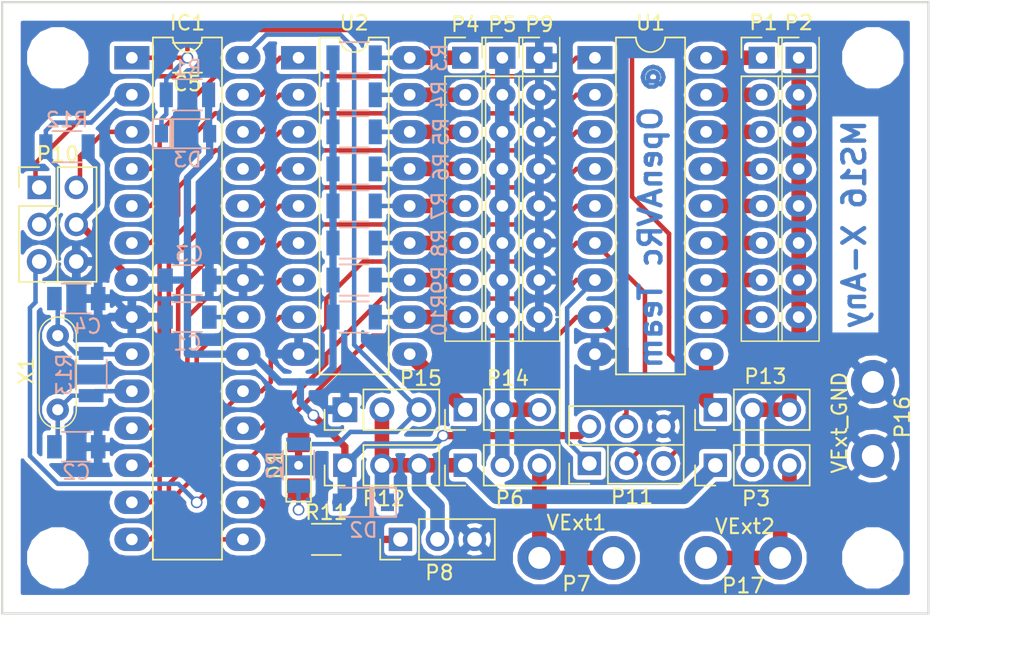
<source format=kicad_pcb>
(kicad_pcb (version 4) (host pcbnew 4.0.7)
  (title_block (title "Décodeur Ms16 X-Any") (date 2018-12-01) (rev 0.1) (company OpenAVRc))
  (layers (0 F.Cu signal hide) (31 B.Cu signal) (34 B.Paste user hide) (35 F.Paste user hide) (36 B.SilkS user) (37 F.SilkS user hide) (38 B.Mask user hide) (39 F.Mask user hide) (44 Edge.Cuts user))
  (net 0 "")
  (net 1 "Net-(C1-Pad1)")
  (net 2 GND)
  (net 3 "Net-(IC1-Pad15)")
  (net 4 "Net-(IC1-Pad17)")
  (net 5 "Net-(IC1-Pad4)")
  (net 6 "Net-(IC1-Pad18)")
  (net 7 "Net-(IC1-Pad5)")
  (net 8 "Net-(IC1-Pad19)")
  (net 9 "Net-(IC1-Pad6)")
  (net 10 +5V)
  (net 11 "Net-(IC1-Pad23)")
  (net 12 "Net-(IC1-Pad24)")
  (net 13 "Net-(IC1-Pad11)")
  (net 14 "Net-(IC1-Pad12)")
  (net 15 "Net-(IC1-Pad13)")
  (net 16 "Net-(IC1-Pad14)")
  (net 17 "Net-(P1-Pad1)")
  (net 18 "Net-(P1-Pad2)")
  (net 19 "Net-(P1-Pad3)")
  (net 20 "Net-(P1-Pad4)")
  (net 21 "Net-(P1-Pad5)")
  (net 22 "Net-(P1-Pad6)")
  (net 23 "Net-(P1-Pad7)")
  (net 24 "Net-(P1-Pad8)")
  (net 25 "Net-(C2-Pad1)")
  (net 26 "Net-(C4-Pad1)")
  (net 27 "Net-(IC1-Pad26)")
  (net 28 "Net-(IC1-Pad27)")
  (net 29 +12P)
  (net 30 "Net-(C5-Pad1)")
  (net 31 "Net-(IC1-Pad25)")
  (net 32 "Net-(IC1-Pad28)")
  (net 33 "Net-(P4-Pad1)")
  (net 34 "Net-(P4-Pad2)")
  (net 35 "Net-(P4-Pad3)")
  (net 36 "Net-(P4-Pad4)")
  (net 37 "Net-(P4-Pad5)")
  (net 38 "Net-(P4-Pad6)")
  (net 39 "Net-(P4-Pad7)")
  (net 40 "Net-(P4-Pad8)")
  (net 41 "Net-(C5-Pad2)")
  (net 42 "Net-(IC1-Pad2)")
  (net 43 "Net-(IC1-Pad3)")
  (net 44 "Net-(P14-Pad2)")
  (net 45 "Net-(P13-Pad1)")
  (net 46 "Net-(P14-Pad1)")
  (net 47 +12C)
  (net 48 "Net-(IC1-Pad16)")
  (net 49 "Net-(P8-Pad1)")
  (net 50 "Net-(P13-Pad2)")
  (net 51 +VRx)
  (net 52 "Net-(D1-Pad1)")
  (module mylib:D_SOD-123 (layer B.Cu) (at 158.115 104.14 180)
    (fp_text reference D2 (at 0 -1.905 180) (layer B.SilkS) (effects (justify mirror)))
    (fp_text value LL4148)
    (pad 1 smd rect (at -1.65 0 180) (size 0.9 1.2) (layers B.Cu B.Paste B.Mask) (net 51 +VRx))
    (pad 2 smd rect (at 1.65 0 180) (size 0.9 1.2) (layers B.Cu B.Paste B.Mask) (net 10 +5V))
  )
  (module mylib:Pin_Header_Straight_1x03_Pitch2.54mm (layer F.Cu) (at 182.245 97.79 90)
    (fp_text reference P13 (at 2.286 3.429 360) (layer F.SilkS))
    (fp_text value DIODE2)
    (pad 1 thru_hole rect (at 0 0 90) (size 1.6 1.6) (drill 1) (layers *.Cu *.Mask) (net 45 "Net-(P13-Pad1)"))
    (pad 2 thru_hole circle (at 0 2.54 90) (size 1.6 1.6) (drill 1) (layers *.Cu *.Mask) (net 50 "Net-(P13-Pad2)"))
    (pad 3 thru_hole circle (at 0 5.08 90) (size 1.6 1.6) (drill 1) (layers *.Cu *.Mask) (net 50 "Net-(P13-Pad2)"))
  )
  (module mylib:Pin_Header_Straight_1x03_Pitch2.54mm (layer F.Cu) (at 165.1 97.79 90)
    (fp_text reference P14 (at 2.159 2.921 360) (layer F.SilkS))
    (fp_text value DIODE1)
    (pad 1 thru_hole rect (at 0 0 90) (size 1.6 1.6) (drill 1) (layers *.Cu *.Mask) (net 46 "Net-(P14-Pad1)"))
    (pad 2 thru_hole circle (at 0 2.54 90) (size 1.6 1.6) (drill 1) (layers *.Cu *.Mask) (net 44 "Net-(P14-Pad2)"))
    (pad 3 thru_hole circle (at 0 5.08 90) (size 1.6 1.6) (drill 1) (layers *.Cu *.Mask) (net 44 "Net-(P14-Pad2)"))
  )
  (module mylib:Pin_Header_Straight_1x03_Pitch2.54mm (layer F.Cu) (at 156.845 101.6 90)
    (fp_text reference P12 (at -2.286 2.667 180) (layer F.SilkS))
    (fp_text value "+V = VRx / +V < VRx")
    (pad 1 thru_hole rect (at 0 0 90) (size 1.6 1.6) (drill 1) (layers *.Cu *.Mask) (net 10 +5V))
    (pad 2 thru_hole circle (at 0 2.54 90) (size 1.6 1.6) (drill 1) (layers *.Cu *.Mask) (net 51 +VRx))
    (pad 3 thru_hole circle (at 0 5.08 90) (size 1.6 1.6) (drill 1) (layers *.Cu *.Mask) (net 51 +VRx))
  )
  (module mylib:MountingHole_3.2mm_M3 (layer F.Cu) (at 137.16 107.95)
    (fp_text reference Fix1 (at 0 0.127) (layer F.SilkS))
    (fp_text value MountingHole_3.2mm_M3 hide)
    (pad 1 np_thru_hole circle (at 0 0) (size 3.2 3.2) (drill 3.2) (layers *.Cu *.Mask))
  )
  (module mylib:MountingHole_3.2mm_M3 (layer F.Cu) (at 137.16 73.66)
    (fp_text reference Fix1 (at 0.127 0) (layer F.SilkS))
    (fp_text value MountingHole_3.2mm_M3 hide)
    (pad 1 np_thru_hole circle (at 0 0) (size 3.2 3.2) (drill 3.2) (layers *.Cu *.Mask))
  )
  (module mylib:MountingHole_3.2mm_M3 (layer F.Cu) (at 193.04 73.66)
    (fp_text reference Fix1 (at 0 0) (layer F.SilkS))
    (fp_text value MountingHole_3.2mm_M3 hide)
    (pad 1 np_thru_hole circle (at 0 0) (size 3.2 3.2) (drill 3.2) (layers *.Cu *.Mask))
  )
  (module Pin_Header_Straight_1x03_Pitch2.54mm (layer F.Cu) (at 156.845 97.79 90)
    (fp_text reference P15 (at 2.159 5.207 360) (layer F.SilkS))
    (fp_text value SERVO)
    (pad 1 thru_hole rect (at 0 0 90) (size 1.7 1.7) (drill 1) (layers *.Cu *.Mask) (net 2 GND))
    (pad 2 thru_hole oval (at 0 2.54 90) (size 1.7 1.7) (drill 1) (layers *.Cu *.Mask) (net 51 +VRx))
    (pad 3 thru_hole oval (at 0 5.08 90) (size 1.7 1.7) (drill 1) (layers *.Cu *.Mask) (net 32 "Net-(IC1-Pad28)"))
  )
  (module mylib:MountingHole_3.2mm_M3 (layer F.Cu) (at 193.04 107.95)
    (fp_text reference Fix1 (at 0 0.381) (layer F.SilkS))
    (fp_text value MountingHole_3.2mm_M3 hide)
    (pad 1 np_thru_hole circle (at 0 0) (size 3.2 3.2) (drill 3.2) (layers *.Cu *.Mask))
  )
  (module mylib:D_SOD-123 (layer B.Cu) (at 145.923 78.867)
    (fp_text reference D3 (at 0.127 1.778) (layer B.SilkS) (effects (justify mirror)))
    (fp_text value LL4148)
    (pad 1 smd rect (at -1.65 0) (size 0.9 1.2) (layers B.Cu B.Paste B.Mask) (net 30 "Net-(C5-Pad1)"))
    (pad 2 smd rect (at 1.65 0) (size 0.9 1.2) (layers B.Cu B.Paste B.Mask) (net 10 +5V))
  )
  (module mylib:C_1206 (layer B.Cu) (at 146.05 91.44 180)
    (fp_text reference C1 (at 0 -1.778 180) (layer B.SilkS) (effects (justify mirror)))
    (fp_text value 100nF)
    (pad 1 smd rect (at -1.5 0 180) (size 1 1.6) (layers B.Cu B.Paste B.Mask) (net 1 "Net-(C1-Pad1)"))
    (pad 2 smd rect (at 1.5 0 180) (size 1 1.6) (layers B.Cu B.Paste B.Mask) (net 2 GND))
  )
  (module mylib:C_1206 (layer B.Cu) (at 138.43 100.33)
    (fp_text reference C2 (at 0 1.75) (layer B.SilkS) (effects (justify mirror)))
    (fp_text value 22pF)
    (pad 1 smd rect (at -1.5 0) (size 1 1.6) (layers B.Cu B.Paste B.Mask) (net 25 "Net-(C2-Pad1)"))
    (pad 2 smd rect (at 1.5 0) (size 1 1.6) (layers B.Cu B.Paste B.Mask) (net 2 GND))
  )
  (module mylib:C_1206 (layer B.Cu) (at 146.05 88.9)
    (fp_text reference C3 (at 0.127 -1.778) (layer B.SilkS) (effects (justify mirror)))
    (fp_text value 100nF)
    (pad 1 smd rect (at -1.5 0) (size 1 1.6) (layers B.Cu B.Paste B.Mask) (net 10 +5V))
    (pad 2 smd rect (at 1.5 0) (size 1 1.6) (layers B.Cu B.Paste B.Mask) (net 2 GND))
  )
  (module mylib:C_1206 (layer B.Cu) (at 138.43 90.17)
    (fp_text reference C4 (at 0.762 1.905) (layer B.SilkS) (effects (justify mirror)))
    (fp_text value 22pF)
    (pad 1 smd rect (at -1.5 0) (size 1 1.6) (layers B.Cu B.Paste B.Mask) (net 26 "Net-(C4-Pad1)"))
    (pad 2 smd rect (at 1.5 0) (size 1 1.6) (layers B.Cu B.Paste B.Mask) (net 2 GND))
  )
  (module mylib:C_1206 (layer F.Cu) (at 146.05 73.66)
    (fp_text reference C5 (at 0 1.778) (layer F.SilkS))
    (fp_text value 100nF)
    (pad 1 smd rect (at -1.5 0) (size 1 1.6) (layers F.Cu F.Paste F.Mask) (net 30 "Net-(C5-Pad1)"))
    (pad 2 smd rect (at 1.5 0) (size 1 1.6) (layers F.Cu F.Paste F.Mask) (net 41 "Net-(C5-Pad2)"))
  )
  (module mylib:LED_1206 (layer F.Cu) (at 153.67 101.6 90)
    (fp_text reference D1 (at 0 -1.6 90) (layer F.SilkS))
    (fp_text value LED)
    (pad 2 smd rect (at 1.65 0 270) (size 1.5 1.5) (layers F.Cu F.Paste F.Mask) (net 2 GND))
    (pad 1 smd rect (at -1.65 0 270) (size 1.5 1.5) (layers F.Cu F.Paste F.Mask) (net 52 "Net-(D1-Pad1)"))
  )
  (module mylib:DIP-28_W7.62mm_LongPads (layer F.Cu) (at 142.24 73.66)
    (fp_text reference IC1 (at 3.81 -2.39) (layer F.SilkS))
    (fp_text value ATMEGA328-P)
    (pad 1 thru_hole rect (at 0 0) (size 2.4 1.6) (drill 0.8) (layers *.Cu *.Mask) (net 30 "Net-(C5-Pad1)"))
    (pad 15 thru_hole oval (at 7.62 33.02) (size 2.4 1.6) (drill 0.8) (layers *.Cu *.Mask) (net 3 "Net-(IC1-Pad15)"))
    (pad 2 thru_hole oval (at 0 2.54) (size 2.4 1.6) (drill 0.8) (layers *.Cu *.Mask) (net 42 "Net-(IC1-Pad2)"))
    (pad 16 thru_hole oval (at 7.62 30.48) (size 2.4 1.6) (drill 0.8) (layers *.Cu *.Mask) (net 48 "Net-(IC1-Pad16)"))
    (pad 3 thru_hole oval (at 0 5.08) (size 2.4 1.6) (drill 0.8) (layers *.Cu *.Mask) (net 43 "Net-(IC1-Pad3)"))
    (pad 17 thru_hole oval (at 7.62 27.94) (size 2.4 1.6) (drill 0.8) (layers *.Cu *.Mask) (net 4 "Net-(IC1-Pad17)"))
    (pad 4 thru_hole oval (at 0 7.62) (size 2.4 1.6) (drill 0.8) (layers *.Cu *.Mask) (net 5 "Net-(IC1-Pad4)"))
    (pad 18 thru_hole oval (at 7.62 25.4) (size 2.4 1.6) (drill 0.8) (layers *.Cu *.Mask) (net 6 "Net-(IC1-Pad18)"))
    (pad 5 thru_hole oval (at 0 10.16) (size 2.4 1.6) (drill 0.8) (layers *.Cu *.Mask) (net 7 "Net-(IC1-Pad5)"))
    (pad 19 thru_hole oval (at 7.62 22.86) (size 2.4 1.6) (drill 0.8) (layers *.Cu *.Mask) (net 8 "Net-(IC1-Pad19)"))
    (pad 6 thru_hole oval (at 0 12.7) (size 2.4 1.6) (drill 0.8) (layers *.Cu *.Mask) (net 9 "Net-(IC1-Pad6)"))
    (pad 20 thru_hole oval (at 7.62 20.32) (size 2.4 1.6) (drill 0.8) (layers *.Cu *.Mask) (net 10 +5V))
    (pad 7 thru_hole oval (at 0 15.24) (size 2.4 1.6) (drill 0.8) (layers *.Cu *.Mask) (net 10 +5V))
    (pad 21 thru_hole oval (at 7.62 17.78) (size 2.4 1.6) (drill 0.8) (layers *.Cu *.Mask) (net 1 "Net-(C1-Pad1)"))
    (pad 8 thru_hole oval (at 0 17.78) (size 2.4 1.6) (drill 0.8) (layers *.Cu *.Mask) (net 2 GND))
    (pad 22 thru_hole oval (at 7.62 15.24) (size 2.4 1.6) (drill 0.8) (layers *.Cu *.Mask) (net 2 GND))
    (pad 9 thru_hole oval (at 0 20.32) (size 2.4 1.6) (drill 0.8) (layers *.Cu *.Mask) (net 26 "Net-(C4-Pad1)"))
    (pad 23 thru_hole oval (at 7.62 12.7) (size 2.4 1.6) (drill 0.8) (layers *.Cu *.Mask) (net 11 "Net-(IC1-Pad23)"))
    (pad 10 thru_hole oval (at 0 22.86) (size 2.4 1.6) (drill 0.8) (layers *.Cu *.Mask) (net 25 "Net-(C2-Pad1)"))
    (pad 24 thru_hole oval (at 7.62 10.16) (size 2.4 1.6) (drill 0.8) (layers *.Cu *.Mask) (net 12 "Net-(IC1-Pad24)"))
    (pad 11 thru_hole oval (at 0 25.4) (size 2.4 1.6) (drill 0.8) (layers *.Cu *.Mask) (net 13 "Net-(IC1-Pad11)"))
    (pad 25 thru_hole oval (at 7.62 7.62) (size 2.4 1.6) (drill 0.8) (layers *.Cu *.Mask) (net 31 "Net-(IC1-Pad25)"))
    (pad 12 thru_hole oval (at 0 27.94) (size 2.4 1.6) (drill 0.8) (layers *.Cu *.Mask) (net 14 "Net-(IC1-Pad12)"))
    (pad 26 thru_hole oval (at 7.62 5.08) (size 2.4 1.6) (drill 0.8) (layers *.Cu *.Mask) (net 27 "Net-(IC1-Pad26)"))
    (pad 13 thru_hole oval (at 0 30.48) (size 2.4 1.6) (drill 0.8) (layers *.Cu *.Mask) (net 15 "Net-(IC1-Pad13)"))
    (pad 27 thru_hole oval (at 7.62 2.54) (size 2.4 1.6) (drill 0.8) (layers *.Cu *.Mask) (net 28 "Net-(IC1-Pad27)"))
    (pad 14 thru_hole oval (at 0 33.02) (size 2.4 1.6) (drill 0.8) (layers *.Cu *.Mask) (net 16 "Net-(IC1-Pad14)"))
    (pad 28 thru_hole oval (at 7.62 0) (size 2.4 1.6) (drill 0.8) (layers *.Cu *.Mask) (net 32 "Net-(IC1-Pad28)"))
  )
  (module mylib:Pin_Header_Straight_1x03_Pitch2.54mm (layer F.Cu) (at 182.245 101.6 90)
    (fp_text reference P3 (at -2.286 2.794 360) (layer F.SilkS))
    (fp_text value SEL_ALIM2)
    (pad 1 thru_hole rect (at 0 0 90) (size 1.6 1.6) (drill 1) (layers *.Cu *.Mask) (net 51 +VRx))
    (pad 2 thru_hole circle (at 0 2.54 90) (size 1.6 1.6) (drill 1) (layers *.Cu *.Mask) (net 50 "Net-(P13-Pad2)"))
    (pad 3 thru_hole circle (at 0 5.08 90) (size 1.6 1.6) (drill 1) (layers *.Cu *.Mask) (net 29 +12P))
  )
  (module mylib:Pin_Header_Straight_1x03_Pitch2.54mm (layer F.Cu) (at 165.1 101.6 90)
    (fp_text reference P6 (at -2.286 3.048 360) (layer F.SilkS))
    (fp_text value SEL_ALIM1)
    (pad 1 thru_hole rect (at 0 0 90) (size 1.6 1.6) (drill 1) (layers *.Cu *.Mask) (net 51 +VRx))
    (pad 2 thru_hole circle (at 0 2.54 90) (size 1.6 1.6) (drill 1) (layers *.Cu *.Mask) (net 44 "Net-(P14-Pad2)"))
    (pad 3 thru_hole circle (at 0 5.08 90) (size 1.6 1.6) (drill 1) (layers *.Cu *.Mask) (net 47 +12C))
  )
  (module mylib:Faston_V-5_08 (layer F.Cu) (at 172.72 107.95)
    (fp_text reference P7 (at 0 1.778) (layer F.SilkS))
    (fp_text value VExt1)
    (pad 2 thru_hole circle (at 2.54 0) (size 3 3) (drill 1.5) (layers *.Cu *.Mask) (net 47 +12C))
    (pad 1 thru_hole circle (at -2.54 0) (size 3 3) (drill 1.5) (layers *.Cu *.Mask) (net 47 +12C))
  )
  (module mylib:Pin_Header_Straight_1x03_Pitch2.54mm (layer F.Cu) (at 160.655 106.68 90)
    (fp_text reference P8 (at -2.286 2.667 360) (layer F.SilkS))
    (fp_text value XANY_INPUT)
    (pad 1 thru_hole rect (at 0 0 90) (size 1.6 1.6) (drill 1) (layers *.Cu *.Mask) (net 49 "Net-(P8-Pad1)"))
    (pad 2 thru_hole circle (at 0 2.54 90) (size 1.6 1.6) (drill 1) (layers *.Cu *.Mask) (net 51 +VRx))
    (pad 3 thru_hole circle (at 0 5.08 90) (size 1.6 1.6) (drill 1) (layers *.Cu *.Mask) (net 2 GND))
  )
  (module mylib:Pin_Header_Straight_2x03_Pitch2.54mm (layer F.Cu) (at 135.89 82.55)
    (fp_text reference P10 (at 1.27 -2.286 180) (layer F.SilkS))
    (fp_text value FTDI)
    (pad 1 thru_hole rect (at 0 0) (size 1.6 1.6) (drill 1) (layers *.Cu *.Mask) (net 41 "Net-(C5-Pad2)"))
    (pad 2 thru_hole oval (at 2.54 0) (size 1.6 1.6) (drill 1) (layers *.Cu *.Mask) (net 43 "Net-(IC1-Pad3)"))
    (pad 3 thru_hole oval (at 0 2.54) (size 1.6 1.6) (drill 1) (layers *.Cu *.Mask) (net 42 "Net-(IC1-Pad2)"))
    (pad 4 thru_hole oval (at 2.54 2.54) (size 1.6 1.6) (drill 1) (layers *.Cu *.Mask) (net 10 +5V))
    (pad 5 thru_hole oval (at 0 5.08) (size 1.7 1.7) (drill 1) (layers *.Cu *.Mask) (net 8 "Net-(IC1-Pad19)"))
    (pad 6 thru_hole oval (at 2.54 5.08) (size 1.7 1.7) (drill 1) (layers *.Cu *.Mask) (net 2 GND))
  )
  (module mylib:Pin_Header_Straight_2x03_Pitch2.54mm (layer F.Cu) (at 173.609 101.473 90)
    (fp_text reference P11 (at -2.286 2.921 180) (layer F.SilkS))
    (fp_text value ICSP)
    (pad 1 thru_hole rect (at 0 0 90) (size 1.6 1.6) (drill 1) (layers *.Cu *.Mask) (net 6 "Net-(IC1-Pad18)"))
    (pad 2 thru_hole oval (at 2.54 0 90) (size 1.6 1.6) (drill 1) (layers *.Cu *.Mask) (net 10 +5V))
    (pad 3 thru_hole oval (at 0 2.54 90) (size 1.6 1.6) (drill 1) (layers *.Cu *.Mask) (net 8 "Net-(IC1-Pad19)"))
    (pad 4 thru_hole circle (at 2.54 2.54 90) (size 1.6 1.6) (drill 1) (layers *.Cu *.Mask) (net 4 "Net-(IC1-Pad17)"))
    (pad 5 thru_hole oval (at 0 5.08 90) (size 1.7 1.7) (drill 1) (layers *.Cu *.Mask) (net 30 "Net-(C5-Pad1)"))
    (pad 6 thru_hole circle (at 2.54 5.08 90) (size 1.6 1.6) (drill 1) (layers *.Cu *.Mask) (net 2 GND))
  )
  (module mylib:Faston_V-5_08 (layer F.Cu) (at 193.04 98.425 90)
    (fp_text reference P16 (at 0.127 2.032 90) (layer F.SilkS))
    (fp_text value GND_EXT)
    (pad 2 thru_hole circle (at 2.54 0 90) (size 3 3) (drill 1.5) (layers *.Cu *.Mask) (net 2 GND))
    (pad 1 thru_hole circle (at -2.54 0 90) (size 3 3) (drill 1.5) (layers *.Cu *.Mask) (net 2 GND))
  )
  (module mylib:Faston_V-5_08 (layer F.Cu) (at 184.15 107.95)
    (fp_text reference P17 (at 0 1.905) (layer F.SilkS))
    (fp_text value VExt2)
    (pad 2 thru_hole circle (at 2.54 0) (size 3 3) (drill 1.5) (layers *.Cu *.Mask) (net 29 +12P))
    (pad 1 thru_hole circle (at -2.54 0) (size 3 3) (drill 1.5) (layers *.Cu *.Mask) (net 29 +12P))
  )
  (module mylib:R_1206 (layer B.Cu) (at 146.05 76.2 180)
    (fp_text reference R1 (at 0 1.85 180) (layer B.SilkS) (effects (justify mirror)))
    (fp_text value 10K)
    (pad 1 smd rect (at -1.45 0 180) (size 0.9 1.7) (layers B.Cu B.Paste B.Mask) (net 10 +5V))
    (pad 2 smd rect (at 1.45 0 180) (size 0.9 1.7) (layers B.Cu B.Paste B.Mask) (net 30 "Net-(C5-Pad1)"))
  )
  (module mylib:R_1206 (layer B.Cu) (at 153.67 101.6 270)
    (fp_text reference R2 (at 0 1.651 270) (layer B.SilkS) (effects (justify mirror)))
    (fp_text value 330)
    (pad 1 smd rect (at -1.45 0 270) (size 0.9 1.7) (layers B.Cu B.Paste B.Mask) (net 32 "Net-(IC1-Pad28)"))
    (pad 2 smd rect (at 1.45 0 270) (size 0.9 1.7) (layers B.Cu B.Paste B.Mask) (net 52 "Net-(D1-Pad1)"))
  )
  (module mylib:R_1206 (layer B.Cu) (at 157.48 73.66 180)
    (fp_text reference R3 (at -5.842 0 270) (layer B.SilkS) (effects (justify mirror)))
    (fp_text value 10K hide)
    (pad 1 smd rect (at -1.45 0 180) (size 0.9 1.7) (layers B.Cu B.Paste B.Mask) (net 33 "Net-(P4-Pad1)"))
    (pad 2 smd rect (at 1.45 0 180) (size 0.9 1.7) (layers B.Cu B.Paste B.Mask) (net 10 +5V))
  )
  (module mylib:R_1206 (layer B.Cu) (at 157.48 76.2 180)
    (fp_text reference R4 (at -5.842 0 450) (layer B.SilkS) (effects (justify mirror)))
    (fp_text value 10K hide)
    (pad 1 smd rect (at -1.45 0 180) (size 0.9 1.7) (layers B.Cu B.Paste B.Mask) (net 34 "Net-(P4-Pad2)"))
    (pad 2 smd rect (at 1.45 0 180) (size 0.9 1.7) (layers B.Cu B.Paste B.Mask) (net 10 +5V))
  )
  (module mylib:R_1206 (layer B.Cu) (at 157.48 78.74 180)
    (fp_text reference R5 (at -5.969 0 270) (layer B.SilkS) (effects (justify mirror)))
    (fp_text value 10K hide)
    (pad 1 smd rect (at -1.45 0 180) (size 0.9 1.7) (layers B.Cu B.Paste B.Mask) (net 35 "Net-(P4-Pad3)"))
    (pad 2 smd rect (at 1.45 0 180) (size 0.9 1.7) (layers B.Cu B.Paste B.Mask) (net 10 +5V))
  )
  (module mylib:R_1206 (layer B.Cu) (at 157.48 81.28 180)
    (fp_text reference R6 (at -5.969 0.127 270) (layer B.SilkS) (effects (justify mirror)))
    (fp_text value 10K hide)
    (pad 1 smd rect (at -1.45 0 180) (size 0.9 1.7) (layers B.Cu B.Paste B.Mask) (net 36 "Net-(P4-Pad4)"))
    (pad 2 smd rect (at 1.45 0 180) (size 0.9 1.7) (layers B.Cu B.Paste B.Mask) (net 10 +5V))
  )
  (module mylib:R_1206 (layer B.Cu) (at 157.48 83.82 180)
    (fp_text reference R7 (at -5.842 0 450) (layer B.SilkS) (effects (justify mirror)))
    (fp_text value 10K hide)
    (pad 1 smd rect (at -1.45 0 180) (size 0.9 1.7) (layers B.Cu B.Paste B.Mask) (net 37 "Net-(P4-Pad5)"))
    (pad 2 smd rect (at 1.45 0 180) (size 0.9 1.7) (layers B.Cu B.Paste B.Mask) (net 10 +5V))
  )
  (module mylib:R_1206 (layer B.Cu) (at 157.48 86.36 180)
    (fp_text reference R8 (at -5.842 0 270) (layer B.SilkS) (effects (justify mirror)))
    (fp_text value 10K hide)
    (pad 1 smd rect (at -1.45 0 180) (size 0.9 1.7) (layers B.Cu B.Paste B.Mask) (net 38 "Net-(P4-Pad6)"))
    (pad 2 smd rect (at 1.45 0 180) (size 0.9 1.7) (layers B.Cu B.Paste B.Mask) (net 10 +5V))
  )
  (module mylib:R_1206 (layer B.Cu) (at 157.48 88.9 180)
    (fp_text reference R9 (at -5.842 0 270) (layer B.SilkS) (effects (justify mirror)))
    (fp_text value 10K hide)
    (pad 1 smd rect (at -1.45 0 180) (size 0.9 1.7) (layers B.Cu B.Paste B.Mask) (net 39 "Net-(P4-Pad7)"))
    (pad 2 smd rect (at 1.45 0 180) (size 0.9 1.7) (layers B.Cu B.Paste B.Mask) (net 10 +5V))
  )
  (module mylib:R_1206 (layer B.Cu) (at 157.48 91.44 180)
    (fp_text reference R10 (at -5.842 0.127 270) (layer B.SilkS) (effects (justify mirror)))
    (fp_text value 10K hide)
    (pad 1 smd rect (at -1.45 0 180) (size 0.9 1.7) (layers B.Cu B.Paste B.Mask) (net 40 "Net-(P4-Pad8)"))
    (pad 2 smd rect (at 1.45 0 180) (size 0.9 1.7) (layers B.Cu B.Paste B.Mask) (net 10 +5V))
  )
  (module mylib:R_1206 (layer F.Cu) (at 155.575 106.68)
    (fp_text reference R11 (at 0 -1.85) (layer F.SilkS))
    (fp_text value 1K)
    (pad 1 smd rect (at -1.45 0) (size 0.9 1.7) (layers F.Cu F.Paste F.Mask) (net 48 "Net-(IC1-Pad16)"))
    (pad 2 smd rect (at 1.45 0) (size 0.9 1.7) (layers F.Cu F.Paste F.Mask) (net 49 "Net-(P8-Pad1)"))
  )
  (module mylib:DIP-18_W7.62mm_LongPads (layer F.Cu) (at 173.99 73.66)
    (fp_text reference U1 (at 3.81 -2.39) (layer F.SilkS))
    (fp_text value ULN2803)
    (pad 1 thru_hole rect (at 0 0) (size 2.4 1.6) (drill 0.8) (layers *.Cu *.Mask) (net 28 "Net-(IC1-Pad27)"))
    (pad 10 thru_hole oval (at 7.62 20.32) (size 2.4 1.6) (drill 0.8) (layers *.Cu *.Mask) (net 45 "Net-(P13-Pad1)"))
    (pad 2 thru_hole oval (at 0 2.54) (size 2.4 1.6) (drill 0.8) (layers *.Cu *.Mask) (net 27 "Net-(IC1-Pad26)"))
    (pad 11 thru_hole oval (at 7.62 17.78) (size 2.4 1.6) (drill 0.8) (layers *.Cu *.Mask) (net 24 "Net-(P1-Pad8)"))
    (pad 3 thru_hole oval (at 0 5.08) (size 2.4 1.6) (drill 0.8) (layers *.Cu *.Mask) (net 31 "Net-(IC1-Pad25)"))
    (pad 12 thru_hole oval (at 7.62 15.24) (size 2.4 1.6) (drill 0.8) (layers *.Cu *.Mask) (net 23 "Net-(P1-Pad7)"))
    (pad 4 thru_hole oval (at 0 7.62) (size 2.4 1.6) (drill 0.8) (layers *.Cu *.Mask) (net 12 "Net-(IC1-Pad24)"))
    (pad 13 thru_hole oval (at 7.62 12.7) (size 2.4 1.6) (drill 0.8) (layers *.Cu *.Mask) (net 22 "Net-(P1-Pad6)"))
    (pad 5 thru_hole oval (at 0 10.16) (size 2.4 1.6) (drill 0.8) (layers *.Cu *.Mask) (net 11 "Net-(IC1-Pad23)"))
    (pad 14 thru_hole oval (at 7.62 10.16) (size 2.4 1.6) (drill 0.8) (layers *.Cu *.Mask) (net 21 "Net-(P1-Pad5)"))
    (pad 6 thru_hole oval (at 0 12.7) (size 2.4 1.6) (drill 0.8) (layers *.Cu *.Mask) (net 8 "Net-(IC1-Pad19)"))
    (pad 15 thru_hole oval (at 7.62 7.62) (size 2.4 1.6) (drill 0.8) (layers *.Cu *.Mask) (net 20 "Net-(P1-Pad4)"))
    (pad 7 thru_hole oval (at 0 15.24) (size 2.4 1.6) (drill 0.8) (layers *.Cu *.Mask) (net 6 "Net-(IC1-Pad18)"))
    (pad 16 thru_hole oval (at 7.62 5.08) (size 2.4 1.6) (drill 0.8) (layers *.Cu *.Mask) (net 19 "Net-(P1-Pad3)"))
    (pad 8 thru_hole oval (at 0 17.78) (size 2.4 1.6) (drill 0.8) (layers *.Cu *.Mask) (net 4 "Net-(IC1-Pad17)"))
    (pad 17 thru_hole oval (at 7.62 2.54) (size 2.4 1.6) (drill 0.8) (layers *.Cu *.Mask) (net 18 "Net-(P1-Pad2)"))
    (pad 9 thru_hole oval (at 0 20.32) (size 2.4 1.6) (drill 0.8) (layers *.Cu *.Mask) (net 2 GND))
    (pad 18 thru_hole oval (at 7.62 0) (size 2.4 1.6) (drill 0.8) (layers *.Cu *.Mask) (net 17 "Net-(P1-Pad1)"))
  )
  (module mylib:DIP-18_W7.62mm_LongPads (layer F.Cu) (at 153.67 73.66)
    (fp_text reference U2 (at 3.81 -2.39) (layer F.SilkS))
    (fp_text value ULN2803)
    (pad 1 thru_hole rect (at 0 0) (size 2.4 1.6) (drill 0.8) (layers *.Cu *.Mask) (net 5 "Net-(IC1-Pad4)"))
    (pad 10 thru_hole oval (at 7.62 20.32) (size 2.4 1.6) (drill 0.8) (layers *.Cu *.Mask) (net 46 "Net-(P14-Pad1)"))
    (pad 2 thru_hole oval (at 0 2.54) (size 2.4 1.6) (drill 0.8) (layers *.Cu *.Mask) (net 7 "Net-(IC1-Pad5)"))
    (pad 11 thru_hole oval (at 7.62 17.78) (size 2.4 1.6) (drill 0.8) (layers *.Cu *.Mask) (net 40 "Net-(P4-Pad8)"))
    (pad 3 thru_hole oval (at 0 5.08) (size 2.4 1.6) (drill 0.8) (layers *.Cu *.Mask) (net 9 "Net-(IC1-Pad6)"))
    (pad 12 thru_hole oval (at 7.62 15.24) (size 2.4 1.6) (drill 0.8) (layers *.Cu *.Mask) (net 39 "Net-(P4-Pad7)"))
    (pad 4 thru_hole oval (at 0 7.62) (size 2.4 1.6) (drill 0.8) (layers *.Cu *.Mask) (net 13 "Net-(IC1-Pad11)"))
    (pad 13 thru_hole oval (at 7.62 12.7) (size 2.4 1.6) (drill 0.8) (layers *.Cu *.Mask) (net 38 "Net-(P4-Pad6)"))
    (pad 5 thru_hole oval (at 0 10.16) (size 2.4 1.6) (drill 0.8) (layers *.Cu *.Mask) (net 14 "Net-(IC1-Pad12)"))
    (pad 14 thru_hole oval (at 7.62 10.16) (size 2.4 1.6) (drill 0.8) (layers *.Cu *.Mask) (net 37 "Net-(P4-Pad5)"))
    (pad 6 thru_hole oval (at 0 12.7) (size 2.4 1.6) (drill 0.8) (layers *.Cu *.Mask) (net 15 "Net-(IC1-Pad13)"))
    (pad 15 thru_hole oval (at 7.62 7.62) (size 2.4 1.6) (drill 0.8) (layers *.Cu *.Mask) (net 36 "Net-(P4-Pad4)"))
    (pad 7 thru_hole oval (at 0 15.24) (size 2.4 1.6) (drill 0.8) (layers *.Cu *.Mask) (net 16 "Net-(IC1-Pad14)"))
    (pad 16 thru_hole oval (at 7.62 5.08) (size 2.4 1.6) (drill 0.8) (layers *.Cu *.Mask) (net 35 "Net-(P4-Pad3)"))
    (pad 8 thru_hole oval (at 0 17.78) (size 2.4 1.6) (drill 0.8) (layers *.Cu *.Mask) (net 3 "Net-(IC1-Pad15)"))
    (pad 17 thru_hole oval (at 7.62 2.54) (size 2.4 1.6) (drill 0.8) (layers *.Cu *.Mask) (net 34 "Net-(P4-Pad2)"))
    (pad 9 thru_hole oval (at 0 20.32) (size 2.4 1.6) (drill 0.8) (layers *.Cu *.Mask) (net 2 GND))
    (pad 18 thru_hole oval (at 7.62 0) (size 2.4 1.6) (drill 0.8) (layers *.Cu *.Mask) (net 33 "Net-(P4-Pad1)"))
  )
  (module mylib:HC-39 (layer F.Cu) (at 137.16 95.25 270)
    (fp_text reference X1 (at -0.127 2.159 270) (layer F.SilkS))
    (fp_text value 16Mhz)
    (pad 1 thru_hole circle (at -2.54 0 270) (size 1.524 1.524) (drill 0.762) (layers *.Cu *.Mask) (net 26 "Net-(C4-Pad1)"))
    (pad 2 thru_hole circle (at 2.54 0 270) (size 1.524 1.524) (drill 0.762) (layers *.Cu *.Mask) (net 25 "Net-(C2-Pad1)"))
  )
  (module mylib:Pin_Header_Straight_1x08_Pitch2.54mm (layer F.Cu) (at 185.42 73.66)
    (fp_text reference P1 (at 0.127 -2.413) (layer F.SilkS))
    (fp_text value OUTPUT_9-16)
    (pad 1 thru_hole rect (at 0 0) (size 1.8 1.5) (drill 0.8) (layers *.Cu *.Mask) (net 17 "Net-(P1-Pad1)"))
    (pad 2 thru_hole oval (at 0 2.54) (size 1.8 1.5) (drill 0.8) (layers *.Cu *.Mask) (net 18 "Net-(P1-Pad2)"))
    (pad 3 thru_hole oval (at 0 5.08) (size 1.8 1.5) (drill 0.8) (layers *.Cu *.Mask) (net 19 "Net-(P1-Pad3)"))
    (pad 4 thru_hole oval (at 0 7.62) (size 1.8 1.5) (drill 0.8) (layers *.Cu *.Mask) (net 20 "Net-(P1-Pad4)"))
    (pad 5 thru_hole oval (at 0 10.16) (size 1.8 1.5) (drill 0.8) (layers *.Cu *.Mask) (net 21 "Net-(P1-Pad5)"))
    (pad 6 thru_hole oval (at 0 12.7) (size 1.8 1.5) (drill 0.8) (layers *.Cu *.Mask) (net 22 "Net-(P1-Pad6)"))
    (pad 7 thru_hole oval (at 0 15.24) (size 1.8 1.5) (drill 0.8) (layers *.Cu *.Mask) (net 23 "Net-(P1-Pad7)"))
    (pad 8 thru_hole oval (at 0 17.78) (size 1.8 1.5) (drill 0.8) (layers *.Cu *.Mask) (net 24 "Net-(P1-Pad8)"))
  )
  (module mylib:Pin_Header_Straight_1x08_Pitch2.54mm (layer F.Cu) (at 187.96 73.66)
    (fp_text reference P2 (at 0 -2.413) (layer F.SilkS))
    (fp_text value OUTPUT_9-16_ALIM)
    (pad 1 thru_hole rect (at 0 0) (size 1.8 1.5) (drill 0.8) (layers *.Cu *.Mask) (net 50 "Net-(P13-Pad2)"))
    (pad 2 thru_hole oval (at 0 2.54) (size 1.8 1.5) (drill 0.8) (layers *.Cu *.Mask) (net 50 "Net-(P13-Pad2)"))
    (pad 3 thru_hole oval (at 0 5.08) (size 1.8 1.5) (drill 0.8) (layers *.Cu *.Mask) (net 50 "Net-(P13-Pad2)"))
    (pad 4 thru_hole oval (at 0 7.62) (size 1.8 1.5) (drill 0.8) (layers *.Cu *.Mask) (net 50 "Net-(P13-Pad2)"))
    (pad 5 thru_hole oval (at 0 10.16) (size 1.8 1.5) (drill 0.8) (layers *.Cu *.Mask) (net 50 "Net-(P13-Pad2)"))
    (pad 6 thru_hole oval (at 0 12.7) (size 1.8 1.5) (drill 0.8) (layers *.Cu *.Mask) (net 50 "Net-(P13-Pad2)"))
    (pad 7 thru_hole oval (at 0 15.24) (size 1.8 1.5) (drill 0.8) (layers *.Cu *.Mask) (net 50 "Net-(P13-Pad2)"))
    (pad 8 thru_hole oval (at 0 17.78) (size 1.8 1.5) (drill 0.8) (layers *.Cu *.Mask) (net 50 "Net-(P13-Pad2)"))
  )
  (module mylib:Pin_Header_Straight_1x08_Pitch2.54mm (layer F.Cu) (at 165.1 73.66)
    (fp_text reference P4 (at 0 -2.286) (layer F.SilkS))
    (fp_text value OUTPUT_1-8)
    (pad 1 thru_hole rect (at 0 0) (size 1.8 1.5) (drill 0.8) (layers *.Cu *.Mask) (net 33 "Net-(P4-Pad1)"))
    (pad 2 thru_hole oval (at 0 2.54) (size 1.8 1.5) (drill 0.8) (layers *.Cu *.Mask) (net 34 "Net-(P4-Pad2)"))
    (pad 3 thru_hole oval (at 0 5.08) (size 1.8 1.5) (drill 0.8) (layers *.Cu *.Mask) (net 35 "Net-(P4-Pad3)"))
    (pad 4 thru_hole oval (at 0 7.62) (size 1.8 1.5) (drill 0.8) (layers *.Cu *.Mask) (net 36 "Net-(P4-Pad4)"))
    (pad 5 thru_hole oval (at 0 10.16) (size 1.8 1.5) (drill 0.8) (layers *.Cu *.Mask) (net 37 "Net-(P4-Pad5)"))
    (pad 6 thru_hole oval (at 0 12.7) (size 1.8 1.5) (drill 0.8) (layers *.Cu *.Mask) (net 38 "Net-(P4-Pad6)"))
    (pad 7 thru_hole oval (at 0 15.24) (size 1.8 1.5) (drill 0.8) (layers *.Cu *.Mask) (net 39 "Net-(P4-Pad7)"))
    (pad 8 thru_hole oval (at 0 17.78) (size 1.8 1.5) (drill 0.8) (layers *.Cu *.Mask) (net 40 "Net-(P4-Pad8)"))
  )
  (module mylib:Pin_Header_Straight_1x08_Pitch2.54mm (layer F.Cu) (at 167.64 73.66)
    (fp_text reference P5 (at 0 -2.286) (layer F.SilkS))
    (fp_text value OUTPUT_1-8_ALIM)
    (pad 1 thru_hole rect (at 0 0) (size 1.8 1.5) (drill 0.8) (layers *.Cu *.Mask) (net 44 "Net-(P14-Pad2)"))
    (pad 2 thru_hole oval (at 0 2.54) (size 1.8 1.5) (drill 0.8) (layers *.Cu *.Mask) (net 44 "Net-(P14-Pad2)"))
    (pad 3 thru_hole oval (at 0 5.08) (size 1.8 1.5) (drill 0.8) (layers *.Cu *.Mask) (net 44 "Net-(P14-Pad2)"))
    (pad 4 thru_hole oval (at 0 7.62) (size 1.8 1.5) (drill 0.8) (layers *.Cu *.Mask) (net 44 "Net-(P14-Pad2)"))
    (pad 5 thru_hole oval (at 0 10.16) (size 1.8 1.5) (drill 0.8) (layers *.Cu *.Mask) (net 44 "Net-(P14-Pad2)"))
    (pad 6 thru_hole oval (at 0 12.7) (size 1.8 1.5) (drill 0.8) (layers *.Cu *.Mask) (net 44 "Net-(P14-Pad2)"))
    (pad 7 thru_hole oval (at 0 15.24) (size 1.8 1.5) (drill 0.8) (layers *.Cu *.Mask) (net 44 "Net-(P14-Pad2)"))
    (pad 8 thru_hole oval (at 0 17.78) (size 1.8 1.5) (drill 0.8) (layers *.Cu *.Mask) (net 44 "Net-(P14-Pad2)"))
  )
  (module mylib:Pin_Header_Straight_1x08_Pitch2.54mm (layer F.Cu) (at 170.18 73.66)
    (fp_text reference P9 (at 0 -2.286) (layer F.SilkS))
    (fp_text value OUTPUT_1-8_GND)
    (pad 1 thru_hole rect (at 0 0) (size 1.8 1.5) (drill 0.8) (layers *.Cu *.Mask) (net 2 GND))
    (pad 2 thru_hole oval (at 0 2.54) (size 1.8 1.5) (drill 0.8) (layers *.Cu *.Mask) (net 2 GND))
    (pad 3 thru_hole oval (at 0 5.08) (size 1.8 1.5) (drill 0.8) (layers *.Cu *.Mask) (net 2 GND))
    (pad 4 thru_hole oval (at 0 7.62) (size 1.8 1.5) (drill 0.8) (layers *.Cu *.Mask) (net 2 GND))
    (pad 5 thru_hole oval (at 0 10.16) (size 1.8 1.5) (drill 0.8) (layers *.Cu *.Mask) (net 2 GND))
    (pad 6 thru_hole oval (at 0 12.7) (size 1.8 1.5) (drill 0.8) (layers *.Cu *.Mask) (net 2 GND))
    (pad 7 thru_hole oval (at 0 15.24) (size 1.8 1.5) (drill 0.8) (layers *.Cu *.Mask) (net 2 GND))
    (pad 8 thru_hole oval (at 0 17.78) (size 1.8 1.5) (drill 0.8) (layers *.Cu *.Mask) (net 2 GND))
  )
  (module mylib:R_1206 (layer B.Cu) (at 137.795 79.756 180)
    (fp_text reference R12 (at 0 1.85 180) (layer B.SilkS) (effects (justify mirror)))
    (fp_text value 10K)
    (pad 1 smd rect (at -1.45 0 180) (size 0.9 1.7) (layers B.Cu B.Paste B.Mask) (net 10 +5V))
    (pad 2 smd rect (at 1.45 0 180) (size 0.9 1.7) (layers B.Cu B.Paste B.Mask) (net 42 "Net-(IC1-Pad2)"))
  )
  (module mylib:R_1206 (layer B.Cu) (at 139.446 95.377 270)
    (fp_text reference R13 (at 0 1.85 270) (layer B.SilkS) (effects (justify mirror)))
    (fp_text value 1M)
    (pad 1 smd rect (at -1.45 0 270) (size 0.9 1.7) (layers B.Cu B.Paste B.Mask) (net 26 "Net-(C4-Pad1)"))
    (pad 2 smd rect (at 1.45 0 270) (size 0.9 1.7) (layers B.Cu B.Paste B.Mask) (net 25 "Net-(C2-Pad1)"))
  )
  (gr_text VExt_GND (at 190.754 98.679 90) (layer F.SilkS) (effects (font (size 1 1))))
  (gr_text VExt1 (at 172.72 105.537) (layer F.SilkS) (effects (font (size 1 1))))
  (gr_text VExt2 (at 184.277 105.791) (layer F.SilkS) (effects (font (size 1 1))))
  (gr_line (start 196.85 69.85) (end 196.85 111.76) (angle 90) (layer Edge.Cuts) (width 0.15))
  (gr_line (start 133.35 69.85) (end 196.85 69.85) (angle 90) (layer Edge.Cuts) (width 0.15))
  (gr_line (start 133.35 111.76) (end 133.35 69.85) (angle 90) (layer Edge.Cuts) (width 0.15))
  (gr_line (start 196.85 111.76) (end 133.35 111.76) (angle 90) (layer Edge.Cuts) (width 0.15))
  (gr_line (start 158.75 105.029) (end 158.75 103.251) (angle 90) (layer B.SilkS) (width 0.2))
  (gr_line (start 158.623 105.029) (end 158.623 103.251) (angle 90) (layer B.SilkS) (width 0.2))
  (gr_line (start 145.034 77.978) (end 145.034 79.756) (angle 90) (layer B.SilkS) (width 0.2))
  (gr_line (start 144.907 77.978) (end 144.907 79.756) (angle 90) (layer B.SilkS) (width 0.2))
  (gr_text "MS16 X-Any" (at 191.77 85.09 90) (layer B.Cu) (effects (font (size 1.5 1.5) (thickness 0.3)) (justify mirror)))
  (gr_text "@ OpenAVRc Team" (at 177.8 84.455 90) (layer B.Cu) (effects (font (size 1.5 1.5) (thickness 0.3)) (justify mirror)))
  (segment (start 147.55 91.44) (end 149.86 91.44) (width 0.31) (layer B.Cu) (net 1))
  (segment (start 153.67 99.95) (end 153.67 101.6) (width 0.5) (layer F.Cu) (net 2))
  (via (at 153.67 101.6) (size 0.8) (drill 0.6) (layers F.Cu B.Cu) (net 2))
  (segment (start 142.24 91.44) (end 140.97 91.44) (width 0.5) (layer B.Cu) (net 2))
  (segment (start 140.97 90.17) (end 139.93 90.17) (width 0.5) (layer B.Cu) (net 2))
  (segment (start 142.24 91.44) (end 140.97 90.17) (width 0.5) (layer B.Cu) (net 2))
  (segment (start 144.55 91.44) (end 142.24 91.44) (width 0.5) (layer B.Cu) (net 2))
  (segment (start 147.55 88.9) (end 149.86 88.9) (width 0.5) (layer B.Cu) (net 2))
  (segment (start 153.67 91.44) (end 152.4 91.44) (width 0.31) (layer F.Cu) (net 3))
  (segment (start 152.4 91.44) (end 151.13 92.71) (width 0.31) (layer F.Cu) (net 3))
  (segment (start 146.685 102.235) (end 145.415 103.505) (width 0.31) (layer F.Cu) (net 3))
  (segment (start 146.685 106.68) (end 147.955 106.68) (width 0.31) (layer F.Cu) (net 3))
  (segment (start 145.415 105.41) (end 146.685 106.68) (width 0.31) (layer F.Cu) (net 3))
  (segment (start 145.415 103.505) (end 145.415 105.41) (width 0.31) (layer F.Cu) (net 3))
  (segment (start 147.955 106.68) (end 149.86 106.68) (width 0.31) (layer F.Cu) (net 3))
  (segment (start 146.685 93.98) (end 146.685 102.235) (width 0.31) (layer F.Cu) (net 3))
  (segment (start 147.955 92.71) (end 146.685 93.98) (width 0.31) (layer F.Cu) (net 3))
  (segment (start 151.13 92.71) (end 147.955 92.71) (width 0.31) (layer F.Cu) (net 3))
  (segment (start 176.149 98.933) (end 176.149 93.599) (width 0.31) (layer F.Cu) (net 4))
  (segment (start 176.149 93.599) (end 173.99 91.44) (width 0.31) (layer F.Cu) (net 4))
  (segment (start 176.276 98.425) (end 176.022 98.171) (width 0.31) (layer F.Cu) (net 4))
  (segment (start 176.149 98.933) (end 176.276 98.425) (width 0.31) (layer F.Cu) (net 4))
  (segment (start 156.845 94.615) (end 151.13 100.33) (width 0.31) (layer F.Cu) (net 4))
  (segment (start 172.72 91.44) (end 171.45 92.71) (width 0.31) (layer F.Cu) (net 4))
  (segment (start 171.45 92.71) (end 158.75 92.71) (width 0.31) (layer F.Cu) (net 4))
  (segment (start 158.75 92.71) (end 156.845 94.615) (width 0.31) (layer F.Cu) (net 4))
  (segment (start 173.99 91.44) (end 172.72 91.44) (width 0.31) (layer F.Cu) (net 4))
  (segment (start 151.13 100.33) (end 149.86 101.6) (width 0.31) (layer F.Cu) (net 4))
  (segment (start 148.59 74.93) (end 147.955 74.93) (width 0.31) (layer F.Cu) (net 5))
  (segment (start 144.145 78.74) (end 144.145 79.375) (width 0.31) (layer F.Cu) (net 5))
  (segment (start 147.955 74.93) (end 144.145 78.74) (width 0.31) (layer F.Cu) (net 5))
  (segment (start 144.145 79.375) (end 144.145 80.645) (width 0.31) (layer F.Cu) (net 5))
  (segment (start 153.67 73.66) (end 152.4 73.66) (width 0.31) (layer F.Cu) (net 5))
  (segment (start 143.51 81.28) (end 142.24 81.28) (width 0.31) (layer F.Cu) (net 5))
  (segment (start 144.145 80.645) (end 143.51 81.28) (width 0.31) (layer F.Cu) (net 5))
  (segment (start 151.13 74.93) (end 148.59 74.93) (width 0.31) (layer F.Cu) (net 5))
  (segment (start 152.4 73.66) (end 151.13 74.93) (width 0.31) (layer F.Cu) (net 5))
  (segment (start 172.085 95.631) (end 172.085 99.949) (width 0.31) (layer B.Cu) (net 6))
  (segment (start 172.085 99.949) (end 173.609 101.473) (width 0.31) (layer B.Cu) (net 6))
  (segment (start 172.085 95.631) (end 172.085 90.805) (width 0.31) (layer B.Cu) (net 6))
  (segment (start 172.085 90.805) (end 173.99 88.9) (width 0.31) (layer B.Cu) (net 6))
  (segment (start 155.575 94.615) (end 151.13 99.06) (width 0.31) (layer F.Cu) (net 6))
  (segment (start 173.99 88.9) (end 172.72 88.9) (width 0.31) (layer F.Cu) (net 6))
  (segment (start 151.13 99.06) (end 149.86 99.06) (width 0.31) (layer F.Cu) (net 6))
  (segment (start 172.72 88.9) (end 171.45 90.17) (width 0.31) (layer F.Cu) (net 6))
  (segment (start 171.45 90.17) (end 159.385 90.17) (width 0.31) (layer F.Cu) (net 6))
  (segment (start 155.575 93.98) (end 155.575 94.615) (width 0.31) (layer F.Cu) (net 6))
  (segment (start 159.385 90.17) (end 155.575 93.98) (width 0.31) (layer F.Cu) (net 6))
  (segment (start 145.415 80.01) (end 147.955 77.47) (width 0.31) (layer F.Cu) (net 7))
  (segment (start 147.955 77.47) (end 148.59 77.47) (width 0.31) (layer F.Cu) (net 7))
  (segment (start 144.78 80.645) (end 144.78 82.55) (width 0.31) (layer F.Cu) (net 7))
  (segment (start 145.415 80.01) (end 144.78 80.645) (width 0.31) (layer F.Cu) (net 7))
  (segment (start 153.67 76.2) (end 152.4 76.2) (width 0.31) (layer F.Cu) (net 7))
  (segment (start 143.51 83.82) (end 142.24 83.82) (width 0.31) (layer F.Cu) (net 7))
  (segment (start 144.78 82.55) (end 143.51 83.82) (width 0.31) (layer F.Cu) (net 7))
  (segment (start 151.13 77.47) (end 148.59 77.47) (width 0.31) (layer F.Cu) (net 7))
  (segment (start 152.4 76.2) (end 151.13 77.47) (width 0.31) (layer F.Cu) (net 7))
  (segment (start 146.685 104.14) (end 145.415 102.87) (width 0.31) (layer B.Cu) (net 8))
  (via (at 146.685 104.14) (size 0.8) (drill 0.6) (layers F.Cu B.Cu) (net 8))
  (segment (start 147.32 103.505) (end 146.685 104.14) (width 0.31) (layer F.Cu) (net 8))
  (segment (start 147.32 99.06) (end 147.32 103.505) (width 0.31) (layer F.Cu) (net 8))
  (segment (start 143.51 102.87) (end 145.415 102.87) (width 0.31) (layer B.Cu) (net 8))
  (segment (start 137.16 102.87) (end 143.51 102.87) (width 0.31) (layer B.Cu) (net 8))
  (segment (start 135.255 100.965) (end 137.16 102.87) (width 0.31) (layer B.Cu) (net 8))
  (segment (start 176.149 101.473) (end 177.419 100.203) (width 0.31) (layer F.Cu) (net 8))
  (segment (start 177.419 89.789) (end 173.99 86.36) (width 0.31) (layer F.Cu) (net 8))
  (segment (start 177.419 100.203) (end 177.419 89.789) (width 0.31) (layer F.Cu) (net 8))
  (segment (start 135.636 87.63) (end 135.636 90.424) (width 0.31) (layer B.Cu) (net 8))
  (segment (start 135.636 90.424) (end 135.255 90.805) (width 0.31) (layer B.Cu) (net 8))
  (segment (start 147.955 98.425) (end 149.86 96.52) (width 0.31) (layer F.Cu) (net 8))
  (segment (start 147.955 98.425) (end 147.32 99.06) (width 0.31) (layer F.Cu) (net 8))
  (segment (start 135.255 90.805) (end 135.255 100.965) (width 0.31) (layer B.Cu) (net 8))
  (segment (start 171.45 87.63) (end 172.72 86.36) (width 0.31) (layer F.Cu) (net 8))
  (segment (start 172.72 86.36) (end 173.99 86.36) (width 0.31) (layer F.Cu) (net 8))
  (segment (start 158.75 87.63) (end 158.115 87.63) (width 0.31) (layer F.Cu) (net 8))
  (segment (start 171.45 87.63) (end 158.75 87.63) (width 0.31) (layer F.Cu) (net 8))
  (segment (start 149.86 96.52) (end 151.13 96.52) (width 0.31) (layer F.Cu) (net 8))
  (segment (start 151.765 95.885) (end 151.13 96.52) (width 0.31) (layer F.Cu) (net 8))
  (segment (start 151.765 93.345) (end 151.765 95.885) (width 0.31) (layer F.Cu) (net 8))
  (segment (start 152.4 92.71) (end 151.765 93.345) (width 0.31) (layer F.Cu) (net 8))
  (segment (start 154.94 92.71) (end 152.4 92.71) (width 0.31) (layer F.Cu) (net 8))
  (segment (start 155.575 92.075) (end 154.94 92.71) (width 0.31) (layer F.Cu) (net 8))
  (segment (start 155.575 90.17) (end 155.575 92.075) (width 0.31) (layer F.Cu) (net 8))
  (segment (start 158.115 87.63) (end 155.575 90.17) (width 0.31) (layer F.Cu) (net 8))
  (segment (start 148.59 80.01) (end 147.955 80.01) (width 0.31) (layer F.Cu) (net 9))
  (segment (start 145.415 82.55) (end 145.415 84.455) (width 0.31) (layer F.Cu) (net 9))
  (segment (start 147.955 80.01) (end 145.415 82.55) (width 0.31) (layer F.Cu) (net 9))
  (segment (start 145.415 84.455) (end 144.78 85.09) (width 0.31) (layer F.Cu) (net 9))
  (segment (start 153.67 78.74) (end 152.4 78.74) (width 0.31) (layer F.Cu) (net 9))
  (segment (start 143.51 86.36) (end 142.24 86.36) (width 0.31) (layer F.Cu) (net 9))
  (segment (start 144.78 85.09) (end 143.51 86.36) (width 0.31) (layer F.Cu) (net 9))
  (segment (start 151.13 80.01) (end 148.59 80.01) (width 0.31) (layer F.Cu) (net 9))
  (segment (start 152.4 78.74) (end 151.13 80.01) (width 0.31) (layer F.Cu) (net 9))
  (segment (start 139.245 79.756) (end 139.245 80.444) (width 0.5) (layer B.Cu) (net 10))
  (segment (start 139.827 83.693) (end 138.43 85.09) (width 0.5) (layer B.Cu) (net 10))
  (segment (start 139.827 81.026) (end 139.827 83.693) (width 0.5) (layer B.Cu) (net 10))
  (segment (start 139.245 80.444) (end 139.827 81.026) (width 0.5) (layer B.Cu) (net 10))
  (segment (start 156.845 101.6) (end 158.242 100.203) (width 0.5) (layer B.Cu) (net 10))
  (segment (start 172.974 99.568) (end 173.609 98.933) (width 0.5) (layer F.Cu) (net 10))
  (segment (start 163.576 99.568) (end 172.974 99.568) (width 0.5) (layer F.Cu) (net 10))
  (via (at 163.576 99.568) (size 0.8) (drill 0.6) (layers F.Cu B.Cu) (net 10))
  (segment (start 162.941 100.203) (end 163.576 99.568) (width 0.5) (layer B.Cu) (net 10))
  (segment (start 158.242 100.203) (end 162.941 100.203) (width 0.5) (layer B.Cu) (net 10))
  (segment (start 156.845 101.6) (end 156.845 100.33) (width 0.5) (layer F.Cu) (net 10))
  (segment (start 153.797 97.282) (end 153.797 95.885) (width 0.5) (layer B.Cu) (net 10))
  (segment (start 154.686 98.171) (end 153.797 97.282) (width 0.5) (layer B.Cu) (net 10))
  (via (at 154.686 98.171) (size 0.8) (drill 0.6) (layers F.Cu B.Cu) (net 10))
  (segment (start 156.845 100.33) (end 154.686 98.171) (width 0.5) (layer F.Cu) (net 10))
  (segment (start 149.86 93.98) (end 150.495 93.98) (width 0.5) (layer B.Cu) (net 10))
  (segment (start 150.495 93.98) (end 152.4 95.885) (width 0.5) (layer B.Cu) (net 10))
  (segment (start 152.4 95.885) (end 153.797 95.885) (width 0.5) (layer B.Cu) (net 10))
  (segment (start 156.03 94.922) (end 156.03 91.44) (width 0.5) (layer B.Cu) (net 10))
  (segment (start 153.797 95.885) (end 155.067 95.885) (width 0.5) (layer B.Cu) (net 10))
  (segment (start 155.067 95.885) (end 156.03 94.922) (width 0.5) (layer B.Cu) (net 10))
  (segment (start 156.845 101.6) (end 156.845 103.76) (width 1) (layer B.Cu) (net 10))
  (segment (start 156.845 103.76) (end 156.465 104.14) (width 1) (layer B.Cu) (net 10))
  (segment (start 147.573 78.867) (end 147.5 78.794) (width 0.5) (layer B.Cu) (net 10))
  (segment (start 147.5 78.794) (end 147.5 76.2) (width 0.5) (layer B.Cu) (net 10))
  (segment (start 146.05 81.915) (end 147.573 80.392) (width 0.5) (layer B.Cu) (net 10))
  (segment (start 146.05 88.9) (end 146.05 81.915) (width 0.5) (layer B.Cu) (net 10))
  (segment (start 147.573 80.392) (end 147.573 78.867) (width 0.5) (layer B.Cu) (net 10))
  (segment (start 142.24 88.9) (end 140.335 86.995) (width 0.5) (layer F.Cu) (net 10))
  (segment (start 140.335 86.741) (end 138.684 85.09) (width 0.5) (layer F.Cu) (net 10))
  (segment (start 140.335 86.995) (end 140.335 86.741) (width 0.5) (layer F.Cu) (net 10))
  (segment (start 156.03 78.74) (end 156.03 76.2) (width 0.5) (layer B.Cu) (net 10))
  (segment (start 156.03 81.28) (end 156.03 78.74) (width 0.5) (layer B.Cu) (net 10))
  (segment (start 156.03 83.82) (end 156.03 81.28) (width 0.5) (layer B.Cu) (net 10))
  (segment (start 156.03 86.36) (end 156.03 83.82) (width 0.5) (layer B.Cu) (net 10))
  (segment (start 156.03 88.9) (end 156.03 86.36) (width 0.5) (layer B.Cu) (net 10))
  (segment (start 156.03 91.44) (end 156.03 88.9) (width 0.5) (layer B.Cu) (net 10))
  (segment (start 156.03 76.2) (end 156.03 73.66) (width 0.5) (layer B.Cu) (net 10))
  (segment (start 149.86 93.98) (end 146.05 93.98) (width 0.5) (layer B.Cu) (net 10))
  (segment (start 146.05 88.9) (end 144.55 88.9) (width 0.5) (layer B.Cu) (net 10))
  (segment (start 146.05 93.98) (end 146.05 88.9) (width 0.5) (layer B.Cu) (net 10))
  (segment (start 144.55 88.9) (end 142.24 88.9) (width 0.5) (layer B.Cu) (net 10))
  (segment (start 173.99 83.82) (end 172.72 83.82) (width 0.31) (layer F.Cu) (net 11))
  (segment (start 151.13 86.36) (end 149.86 86.36) (width 0.31) (layer F.Cu) (net 11))
  (segment (start 152.4 85.09) (end 151.13 86.36) (width 0.31) (layer F.Cu) (net 11))
  (segment (start 171.45 85.09) (end 152.4 85.09) (width 0.31) (layer F.Cu) (net 11))
  (segment (start 172.72 83.82) (end 171.45 85.09) (width 0.31) (layer F.Cu) (net 11))
  (segment (start 173.99 81.28) (end 172.72 81.28) (width 0.31) (layer F.Cu) (net 12))
  (segment (start 151.13 83.82) (end 149.86 83.82) (width 0.31) (layer F.Cu) (net 12))
  (segment (start 152.4 82.55) (end 151.13 83.82) (width 0.31) (layer F.Cu) (net 12))
  (segment (start 171.45 82.55) (end 152.4 82.55) (width 0.31) (layer F.Cu) (net 12))
  (segment (start 172.72 81.28) (end 171.45 82.55) (width 0.31) (layer F.Cu) (net 12))
  (segment (start 153.67 81.28) (end 152.4 81.28) (width 0.31) (layer F.Cu) (net 13))
  (segment (start 143.51 99.06) (end 142.24 99.06) (width 0.31) (layer F.Cu) (net 13))
  (segment (start 144.145 98.425) (end 143.51 99.06) (width 0.31) (layer F.Cu) (net 13))
  (segment (start 144.145 86.995) (end 144.145 98.425) (width 0.31) (layer F.Cu) (net 13))
  (segment (start 146.05 85.09) (end 144.145 86.995) (width 0.31) (layer F.Cu) (net 13))
  (segment (start 146.05 84.455) (end 146.05 85.09) (width 0.31) (layer F.Cu) (net 13))
  (segment (start 147.955 82.55) (end 146.05 84.455) (width 0.31) (layer F.Cu) (net 13))
  (segment (start 151.13 82.55) (end 147.955 82.55) (width 0.31) (layer F.Cu) (net 13))
  (segment (start 152.4 81.28) (end 151.13 82.55) (width 0.31) (layer F.Cu) (net 13))
  (segment (start 153.67 83.82) (end 152.4 83.82) (width 0.31) (layer F.Cu) (net 14))
  (segment (start 143.51 101.6) (end 142.24 101.6) (width 0.31) (layer F.Cu) (net 14))
  (segment (start 144.78 100.33) (end 143.51 101.6) (width 0.31) (layer F.Cu) (net 14))
  (segment (start 144.78 87.63) (end 144.78 100.33) (width 0.31) (layer F.Cu) (net 14))
  (segment (start 147.32 85.09) (end 144.78 87.63) (width 0.31) (layer F.Cu) (net 14))
  (segment (start 151.13 85.09) (end 147.32 85.09) (width 0.31) (layer F.Cu) (net 14))
  (segment (start 152.4 83.82) (end 151.13 85.09) (width 0.31) (layer F.Cu) (net 14))
  (segment (start 144.145 103.505) (end 144.145 102.235) (width 0.31) (layer F.Cu) (net 15))
  (segment (start 144.145 102.235) (end 145.415 100.965) (width 0.31) (layer F.Cu) (net 15))
  (segment (start 153.67 86.36) (end 152.4 86.36) (width 0.31) (layer F.Cu) (net 15))
  (segment (start 145.415 89.535) (end 145.415 100.965) (width 0.31) (layer F.Cu) (net 15))
  (segment (start 147.32 87.63) (end 145.415 89.535) (width 0.31) (layer F.Cu) (net 15))
  (segment (start 151.13 87.63) (end 147.32 87.63) (width 0.31) (layer F.Cu) (net 15))
  (segment (start 152.4 86.36) (end 151.13 87.63) (width 0.31) (layer F.Cu) (net 15))
  (segment (start 143.51 104.14) (end 142.24 104.14) (width 0.31) (layer F.Cu) (net 15))
  (segment (start 144.145 103.505) (end 143.51 104.14) (width 0.31) (layer F.Cu) (net 15))
  (segment (start 144.78 105.41) (end 144.78 102.87) (width 0.31) (layer F.Cu) (net 16))
  (segment (start 144.78 102.87) (end 146.05 101.6) (width 0.31) (layer F.Cu) (net 16))
  (segment (start 153.67 88.9) (end 152.4 88.9) (width 0.31) (layer F.Cu) (net 16))
  (segment (start 146.05 91.44) (end 146.05 101.6) (width 0.31) (layer F.Cu) (net 16))
  (segment (start 147.32 90.17) (end 146.05 91.44) (width 0.31) (layer F.Cu) (net 16))
  (segment (start 151.13 90.17) (end 147.32 90.17) (width 0.31) (layer F.Cu) (net 16))
  (segment (start 152.4 88.9) (end 151.13 90.17) (width 0.31) (layer F.Cu) (net 16))
  (segment (start 143.51 106.68) (end 142.24 106.68) (width 0.31) (layer F.Cu) (net 16))
  (segment (start 144.78 105.41) (end 143.51 106.68) (width 0.31) (layer F.Cu) (net 16))
  (segment (start 181.61 73.66) (end 185.42 73.66) (width 1) (layer F.Cu) (net 17))
  (segment (start 185.42 76.2) (end 181.61 76.2) (width 1) (layer F.Cu) (net 18))
  (segment (start 181.61 78.74) (end 185.42 78.74) (width 1) (layer F.Cu) (net 19))
  (segment (start 185.42 81.28) (end 181.61 81.28) (width 1) (layer F.Cu) (net 20))
  (segment (start 181.61 83.82) (end 185.42 83.82) (width 1) (layer F.Cu) (net 21))
  (segment (start 181.61 86.36) (end 185.42 86.36) (width 1) (layer F.Cu) (net 22))
  (segment (start 185.42 88.9) (end 181.61 88.9) (width 1) (layer F.Cu) (net 23))
  (segment (start 185.42 91.44) (end 181.61 91.44) (width 1) (layer F.Cu) (net 24))
  (segment (start 139.446 96.827) (end 138.123 96.827) (width 0.31) (layer B.Cu) (net 25))
  (segment (start 138.123 96.827) (end 137.16 97.79) (width 0.31) (layer B.Cu) (net 25))
  (segment (start 142.24 96.52) (end 139.753 96.52) (width 0.31) (layer B.Cu) (net 25))
  (segment (start 139.753 96.52) (end 139.446 96.827) (width 0.31) (layer B.Cu) (net 25))
  (segment (start 137.16 97.69) (end 137.16 100.1) (width 0.31) (layer B.Cu) (net 25))
  (segment (start 137.16 100.1) (end 136.93 100.33) (width 0.31) (layer B.Cu) (net 25))
  (segment (start 139.446 93.927) (end 138.377 93.927) (width 0.31) (layer B.Cu) (net 26))
  (segment (start 138.377 93.927) (end 137.16 92.71) (width 0.31) (layer B.Cu) (net 26))
  (segment (start 142.24 93.98) (end 139.499 93.98) (width 0.31) (layer B.Cu) (net 26))
  (segment (start 139.499 93.98) (end 139.446 93.927) (width 0.31) (layer B.Cu) (net 26))
  (segment (start 137.16 92.81) (end 137.16 90.4) (width 0.31) (layer B.Cu) (net 26))
  (segment (start 137.16 90.4) (end 136.93 90.17) (width 0.31) (layer B.Cu) (net 26))
  (segment (start 173.99 76.2) (end 172.72 76.2) (width 0.31) (layer F.Cu) (net 27))
  (segment (start 151.13 78.74) (end 149.86 78.74) (width 0.31) (layer F.Cu) (net 27))
  (segment (start 152.4 77.47) (end 151.13 78.74) (width 0.31) (layer F.Cu) (net 27))
  (segment (start 171.45 77.47) (end 152.4 77.47) (width 0.31) (layer F.Cu) (net 27))
  (segment (start 172.72 76.2) (end 171.45 77.47) (width 0.31) (layer F.Cu) (net 27))
  (segment (start 173.99 73.66) (end 172.72 73.66) (width 0.31) (layer F.Cu) (net 28))
  (segment (start 151.13 76.2) (end 149.86 76.2) (width 0.31) (layer F.Cu) (net 28))
  (segment (start 152.4 74.93) (end 151.13 76.2) (width 0.31) (layer F.Cu) (net 28))
  (segment (start 171.45 74.93) (end 152.4 74.93) (width 0.31) (layer F.Cu) (net 28))
  (segment (start 172.72 73.66) (end 171.45 74.93) (width 0.31) (layer F.Cu) (net 28))
  (segment (start 186.69 107.95) (end 186.69 105.41) (width 1) (layer F.Cu) (net 29))
  (segment (start 187.325 104.775) (end 187.325 101.6) (width 1) (layer F.Cu) (net 29))
  (segment (start 186.69 105.41) (end 187.325 104.775) (width 1) (layer F.Cu) (net 29))
  (segment (start 181.61 107.95) (end 186.69 107.95) (width 1) (layer F.Cu) (net 29))
  (segment (start 180.34 97.155) (end 180.34 99.822) (width 0.31) (layer F.Cu) (net 30))
  (segment (start 180.34 99.822) (end 178.689 101.473) (width 0.31) (layer F.Cu) (net 30))
  (segment (start 144.273 78.867) (end 144.273 77.85) (width 0.31) (layer B.Cu) (net 30))
  (segment (start 144.6 77.523) (end 144.6 76.2) (width 0.31) (layer B.Cu) (net 30))
  (segment (start 144.273 77.85) (end 144.6 77.523) (width 0.31) (layer B.Cu) (net 30))
  (segment (start 149.479 71.755) (end 146.939 71.755) (width 0.31) (layer F.Cu) (net 30))
  (segment (start 146.05 72.644) (end 146.05 73.66) (width 0.31) (layer F.Cu) (net 30))
  (segment (start 146.939 71.755) (end 146.05 72.644) (width 0.31) (layer F.Cu) (net 30))
  (segment (start 144.55 73.66) (end 142.24 73.66) (width 0.31) (layer F.Cu) (net 30))
  (segment (start 144.55 73.66) (end 146.05 73.66) (width 0.31) (layer F.Cu) (net 30))
  (segment (start 144.6 75.11) (end 144.6 76.2) (width 0.31) (layer B.Cu) (net 30))
  (via (at 146.05 73.66) (size 0.8) (drill 0.6) (layers F.Cu B.Cu) (net 30))
  (segment (start 146.05 73.66) (end 144.6 75.11) (width 0.31) (layer B.Cu) (net 30))
  (segment (start 180.34 97.155) (end 180.34 95.25) (width 0.31) (layer F.Cu) (net 30))
  (segment (start 180.34 95.25) (end 179.07 93.98) (width 0.31) (layer F.Cu) (net 30))
  (segment (start 179.07 91.44) (end 179.07 93.98) (width 0.31) (layer F.Cu) (net 30))
  (segment (start 179.07 91.44) (end 179.07 85.725) (width 0.31) (layer F.Cu) (net 30))
  (segment (start 149.455 71.755) (end 149.479 71.755) (width 0.31) (layer F.Cu) (net 30))
  (segment (start 149.479 71.755) (end 175.26 71.755) (width 0.31) (layer F.Cu) (net 30))
  (segment (start 175.26 71.755) (end 176.53 73.025) (width 0.31) (layer F.Cu) (net 30))
  (segment (start 176.53 73.025) (end 176.53 83.185) (width 0.31) (layer F.Cu) (net 30))
  (segment (start 179.07 85.725) (end 176.53 83.185) (width 0.31) (layer F.Cu) (net 30))
  (segment (start 173.99 78.74) (end 172.72 78.74) (width 0.31) (layer F.Cu) (net 31))
  (segment (start 151.13 81.28) (end 149.86 81.28) (width 0.31) (layer F.Cu) (net 31))
  (segment (start 152.4 80.01) (end 151.13 81.28) (width 0.31) (layer F.Cu) (net 31))
  (segment (start 171.45 80.01) (end 152.4 80.01) (width 0.31) (layer F.Cu) (net 31))
  (segment (start 172.72 78.74) (end 171.45 80.01) (width 0.31) (layer F.Cu) (net 31))
  (segment (start 153.67 100.15) (end 156.39 100.15) (width 0.31) (layer B.Cu) (net 32))
  (segment (start 160.401 99.314) (end 161.925 97.79) (width 0.31) (layer B.Cu) (net 32))
  (segment (start 157.226 99.314) (end 160.401 99.314) (width 0.31) (layer B.Cu) (net 32))
  (segment (start 156.39 100.15) (end 157.226 99.314) (width 0.31) (layer B.Cu) (net 32))
  (segment (start 161.925 97.79) (end 157.48 93.345) (width 0.31) (layer B.Cu) (net 32))
  (segment (start 157.48 93.345) (end 157.48 73.025) (width 0.31) (layer B.Cu) (net 32))
  (segment (start 157.48 73.025) (end 156.5275 72.0725) (width 0.31) (layer B.Cu) (net 32))
  (segment (start 156.5275 72.0725) (end 151.4475 72.0725) (width 0.31) (layer B.Cu) (net 32))
  (segment (start 151.4475 72.0725) (end 151.13 72.39) (width 0.31) (layer B.Cu) (net 32))
  (segment (start 151.13 72.39) (end 149.86 73.66) (width 0.31) (layer B.Cu) (net 32))
  (segment (start 161.29 73.66) (end 158.93 73.66) (width 0.31) (layer B.Cu) (net 33))
  (segment (start 161.29 73.66) (end 165.1 73.66) (width 1) (layer F.Cu) (net 33))
  (segment (start 158.93 76.2) (end 161.29 76.2) (width 0.31) (layer B.Cu) (net 34))
  (segment (start 165.1 76.2) (end 161.29 76.2) (width 1) (layer F.Cu) (net 34))
  (segment (start 161.29 78.74) (end 158.93 78.74) (width 0.31) (layer B.Cu) (net 35))
  (segment (start 165.1 78.74) (end 161.29 78.74) (width 1) (layer F.Cu) (net 35))
  (segment (start 161.29 81.28) (end 158.93 81.28) (width 0.31) (layer B.Cu) (net 36))
  (segment (start 165.1 81.28) (end 161.29 81.28) (width 1) (layer F.Cu) (net 36))
  (segment (start 161.29 83.82) (end 158.93 83.82) (width 0.31) (layer B.Cu) (net 37))
  (segment (start 165.1 83.82) (end 161.29 83.82) (width 1) (layer F.Cu) (net 37))
  (segment (start 161.29 86.36) (end 158.93 86.36) (width 0.31) (layer B.Cu) (net 38))
  (segment (start 165.1 86.36) (end 161.29 86.36) (width 1) (layer F.Cu) (net 38))
  (segment (start 161.29 88.9) (end 158.93 88.9) (width 0.31) (layer B.Cu) (net 39))
  (segment (start 165.1 88.9) (end 161.29 88.9) (width 1) (layer F.Cu) (net 39))
  (segment (start 161.29 91.44) (end 158.93 91.44) (width 0.31) (layer B.Cu) (net 40))
  (segment (start 165.1 91.44) (end 161.29 91.44) (width 1) (layer F.Cu) (net 40))
  (segment (start 135.89 80.645) (end 135.636 80.899) (width 0.31) (layer F.Cu) (net 41))
  (segment (start 147.55 73.66) (end 146.28 74.93) (width 0.31) (layer F.Cu) (net 41))
  (segment (start 140.335 76.2) (end 135.89 80.645) (width 0.31) (layer F.Cu) (net 41))
  (segment (start 140.335 75.565) (end 140.335 76.2) (width 0.31) (layer F.Cu) (net 41))
  (segment (start 140.97 74.93) (end 140.335 75.565) (width 0.31) (layer F.Cu) (net 41))
  (segment (start 144.78 74.93) (end 140.97 74.93) (width 0.31) (layer F.Cu) (net 41))
  (segment (start 144.78 74.93) (end 146.28 74.93) (width 0.31) (layer F.Cu) (net 41))
  (segment (start 135.636 80.899) (end 135.636 82.55) (width 0.31) (layer F.Cu) (net 41))
  (segment (start 137.996 78.105) (end 136.906 78.105) (width 0.31) (layer B.Cu) (net 42))
  (segment (start 136.345 78.666) (end 136.345 79.756) (width 0.31) (layer B.Cu) (net 42))
  (segment (start 136.906 78.105) (end 136.345 78.666) (width 0.31) (layer B.Cu) (net 42))
  (segment (start 142.24 76.2) (end 141.351 76.2) (width 0.31) (layer B.Cu) (net 42))
  (segment (start 141.351 76.2) (end 139.446 78.105) (width 0.31) (layer B.Cu) (net 42))
  (segment (start 139.446 78.105) (end 137.996 78.105) (width 0.31) (layer B.Cu) (net 42))
  (segment (start 136.345 79.756) (end 136.345 80.338) (width 0.31) (layer B.Cu) (net 42))
  (segment (start 137.16 83.82) (end 135.89 85.09) (width 0.31) (layer B.Cu) (net 42))
  (segment (start 137.16 81.153) (end 137.16 83.82) (width 0.31) (layer B.Cu) (net 42))
  (segment (start 136.345 80.338) (end 137.16 81.153) (width 0.31) (layer B.Cu) (net 42))
  (segment (start 138.684 82.55) (end 138.684 80.391) (width 0.31) (layer F.Cu) (net 43))
  (segment (start 140.335 78.74) (end 142.24 78.74) (width 0.31) (layer F.Cu) (net 43))
  (segment (start 138.684 80.391) (end 140.335 78.74) (width 0.31) (layer F.Cu) (net 43))
  (segment (start 167.64 97.79) (end 170.18 97.79) (width 1) (layer F.Cu) (net 44))
  (segment (start 167.64 91.44) (end 167.64 97.79) (width 1) (layer B.Cu) (net 44))
  (segment (start 167.64 101.6) (end 167.64 97.79) (width 1) (layer B.Cu) (net 44))
  (segment (start 167.64 73.66) (end 167.64 76.2) (width 1) (layer B.Cu) (net 44))
  (segment (start 167.64 76.2) (end 167.64 78.74) (width 1) (layer B.Cu) (net 44))
  (segment (start 167.64 78.74) (end 167.64 81.28) (width 1) (layer B.Cu) (net 44))
  (segment (start 167.64 81.28) (end 167.64 83.82) (width 1) (layer B.Cu) (net 44))
  (segment (start 167.64 83.82) (end 167.64 86.36) (width 1) (layer B.Cu) (net 44))
  (segment (start 167.64 86.36) (end 167.64 88.9) (width 1) (layer B.Cu) (net 44))
  (segment (start 167.64 88.9) (end 167.64 91.44) (width 1) (layer B.Cu) (net 44))
  (segment (start 181.61 93.98) (end 181.61 97.155) (width 1) (layer F.Cu) (net 45))
  (segment (start 181.61 97.155) (end 182.245 97.79) (width 1) (layer F.Cu) (net 45))
  (segment (start 161.29 93.98) (end 165.1 97.79) (width 1) (layer F.Cu) (net 46))
  (segment (start 170.18 107.95) (end 170.18 101.6) (width 1) (layer F.Cu) (net 47))
  (segment (start 170.18 107.95) (end 175.26 107.95) (width 1) (layer F.Cu) (net 47))
  (segment (start 154.125 106.68) (end 153.67 106.68) (width 0.5) (layer F.Cu) (net 48))
  (segment (start 151.13 104.14) (end 149.86 104.14) (width 0.5) (layer F.Cu) (net 48))
  (segment (start 153.67 106.68) (end 151.13 104.14) (width 0.5) (layer F.Cu) (net 48))
  (segment (start 157.025 106.68) (end 160.655 106.68) (width 0.5) (layer F.Cu) (net 49))
  (segment (start 187.96 91.44) (end 187.96 95.377) (width 1) (layer F.Cu) (net 50))
  (segment (start 187.325 96.012) (end 187.325 97.79) (width 1) (layer F.Cu) (net 50))
  (segment (start 187.96 95.377) (end 187.325 96.012) (width 1) (layer F.Cu) (net 50))
  (segment (start 184.785 97.79) (end 187.325 97.79) (width 1) (layer F.Cu) (net 50))
  (segment (start 184.785 101.6) (end 184.785 97.79) (width 1) (layer B.Cu) (net 50))
  (segment (start 187.96 73.66) (end 187.96 76.2) (width 1) (layer F.Cu) (net 50))
  (segment (start 187.96 76.2) (end 187.96 78.74) (width 1) (layer F.Cu) (net 50))
  (segment (start 187.96 78.74) (end 187.96 81.28) (width 1) (layer F.Cu) (net 50))
  (segment (start 187.96 81.28) (end 187.96 83.82) (width 1) (layer F.Cu) (net 50))
  (segment (start 187.96 83.82) (end 187.96 86.36) (width 1) (layer F.Cu) (net 50))
  (segment (start 187.96 86.36) (end 187.96 88.9) (width 1) (layer F.Cu) (net 50))
  (segment (start 187.96 88.9) (end 187.96 91.44) (width 1) (layer F.Cu) (net 50))
  (segment (start 161.925 101.6) (end 161.925 103.124) (width 1) (layer B.Cu) (net 51))
  (segment (start 163.195 104.394) (end 163.195 106.68) (width 1) (layer B.Cu) (net 51))
  (segment (start 161.925 103.124) (end 163.195 104.394) (width 1) (layer B.Cu) (net 51))
  (segment (start 159.385 101.6) (end 159.385 97.79) (width 1) (layer F.Cu) (net 51))
  (segment (start 165.1 101.6) (end 167.259 103.759) (width 1) (layer B.Cu) (net 51))
  (segment (start 180.086 103.759) (end 182.245 101.6) (width 1) (layer B.Cu) (net 51))
  (segment (start 167.259 103.759) (end 180.086 103.759) (width 1) (layer B.Cu) (net 51))
  (segment (start 161.925 101.6) (end 165.1 101.6) (width 1) (layer F.Cu) (net 51))
  (segment (start 159.385 101.6) (end 159.385 103.76) (width 1) (layer B.Cu) (net 51))
  (segment (start 159.385 103.76) (end 159.765 104.14) (width 1) (layer B.Cu) (net 51))
  (segment (start 159.385 101.6) (end 161.925 101.6) (width 1) (layer F.Cu) (net 51))
  (segment (start 153.67 103.05) (end 153.67 104.648) (width 0.31) (layer B.Cu) (net 52))
  (segment (start 153.67 104.648) (end 153.67 103.25) (width 0.31) (layer F.Cu) (net 52))
  (via (at 153.67 104.648) (size 0.8) (drill 0.6) (layers F.Cu B.Cu) (net 52))
  (segment (start 153.925 103.505) (end 153.67 103.25) (width 1) (layer F.Cu) (net 52))
  (segment (start 153.67 103.25) (end 153.67 103.505) (width 1) (layer F.Cu) (net 52))
  (zone (net 2) (net_name GND) (layer B.Cu) (connect_pads (clearance 0.3)) (min_thickness 0.25) (fill yes (arc_segments 16) (thermal_gap 0.3) (thermal_bridge_width 0.6))
    (polygon (pts (xy 195.58 110.49) (xy 195.58 71.12) (xy 134.62 71.12) (xy 134.62 110.49)))
  )
)
</source>
